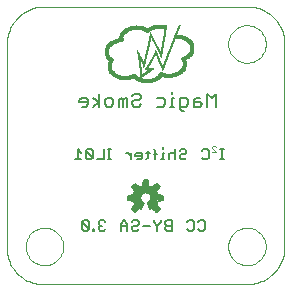
<source format=gbo>
G75*
G70*
%OFA0B0*%
%FSLAX24Y24*%
%IPPOS*%
%LPD*%
%AMOC8*
5,1,8,0,0,1.08239X$1,22.5*
%
%ADD10C,0.0000*%
%ADD11C,0.0080*%
%ADD12C,0.0060*%
%ADD13R,0.0110X0.0005*%
%ADD14R,0.0210X0.0005*%
%ADD15R,0.0280X0.0005*%
%ADD16R,0.0325X0.0005*%
%ADD17R,0.0365X0.0005*%
%ADD18R,0.0410X0.0005*%
%ADD19R,0.0440X0.0005*%
%ADD20R,0.0470X0.0005*%
%ADD21R,0.0505X0.0005*%
%ADD22R,0.0530X0.0005*%
%ADD23R,0.0555X0.0005*%
%ADD24R,0.0580X0.0005*%
%ADD25R,0.0600X0.0005*%
%ADD26R,0.0625X0.0005*%
%ADD27R,0.0645X0.0005*%
%ADD28R,0.0665X0.0005*%
%ADD29R,0.0685X0.0005*%
%ADD30R,0.0705X0.0005*%
%ADD31R,0.0715X0.0005*%
%ADD32R,0.0735X0.0005*%
%ADD33R,0.0755X0.0005*%
%ADD34R,0.0090X0.0005*%
%ADD35R,0.0770X0.0005*%
%ADD36R,0.0190X0.0005*%
%ADD37R,0.0355X0.0005*%
%ADD38R,0.0360X0.0005*%
%ADD39R,0.0260X0.0005*%
%ADD40R,0.0315X0.0005*%
%ADD41R,0.0320X0.0005*%
%ADD42R,0.0295X0.0005*%
%ADD43R,0.0275X0.0005*%
%ADD44R,0.0400X0.0005*%
%ADD45R,0.0265X0.0005*%
%ADD46R,0.0435X0.0005*%
%ADD47R,0.0255X0.0005*%
%ADD48R,0.0465X0.0005*%
%ADD49R,0.0245X0.0005*%
%ADD50R,0.0495X0.0005*%
%ADD51R,0.0235X0.0005*%
%ADD52R,0.0525X0.0005*%
%ADD53R,0.0230X0.0005*%
%ADD54R,0.0240X0.0005*%
%ADD55R,0.0545X0.0005*%
%ADD56R,0.0820X0.0005*%
%ADD57R,0.0220X0.0005*%
%ADD58R,0.0025X0.0005*%
%ADD59R,0.0795X0.0005*%
%ADD60R,0.0215X0.0005*%
%ADD61R,0.0035X0.0005*%
%ADD62R,0.0040X0.0005*%
%ADD63R,0.0800X0.0005*%
%ADD64R,0.0205X0.0005*%
%ADD65R,0.0050X0.0005*%
%ADD66R,0.0805X0.0005*%
%ADD67R,0.0165X0.0005*%
%ADD68R,0.0055X0.0005*%
%ADD69R,0.0200X0.0005*%
%ADD70R,0.0060X0.0005*%
%ADD71R,0.0300X0.0005*%
%ADD72R,0.0195X0.0005*%
%ADD73R,0.0065X0.0005*%
%ADD74R,0.0345X0.0005*%
%ADD75R,0.0070X0.0005*%
%ADD76R,0.0385X0.0005*%
%ADD77R,0.0080X0.0005*%
%ADD78R,0.0425X0.0005*%
%ADD79R,0.0185X0.0005*%
%ADD80R,0.0085X0.0005*%
%ADD81R,0.0635X0.0005*%
%ADD82R,0.0810X0.0005*%
%ADD83R,0.0095X0.0005*%
%ADD84R,0.0335X0.0005*%
%ADD85R,0.0655X0.0005*%
%ADD86R,0.0105X0.0005*%
%ADD87R,0.0290X0.0005*%
%ADD88R,0.0660X0.0005*%
%ADD89R,0.0115X0.0005*%
%ADD90R,0.0285X0.0005*%
%ADD91R,0.0120X0.0005*%
%ADD92R,0.0270X0.0005*%
%ADD93R,0.0675X0.0005*%
%ADD94R,0.0130X0.0005*%
%ADD95R,0.0680X0.0005*%
%ADD96R,0.0135X0.0005*%
%ADD97R,0.0250X0.0005*%
%ADD98R,0.0140X0.0005*%
%ADD99R,0.0180X0.0005*%
%ADD100R,0.0695X0.0005*%
%ADD101R,0.0150X0.0005*%
%ADD102R,0.0160X0.0005*%
%ADD103R,0.0155X0.0005*%
%ADD104R,0.0145X0.0005*%
%ADD105R,0.0700X0.0005*%
%ADD106R,0.0225X0.0005*%
%ADD107R,0.0170X0.0005*%
%ADD108R,0.0100X0.0005*%
%ADD109R,0.0075X0.0005*%
%ADD110R,0.0720X0.0005*%
%ADD111R,0.0725X0.0005*%
%ADD112R,0.0340X0.0005*%
%ADD113R,0.0305X0.0005*%
%ADD114R,0.0175X0.0005*%
%ADD115R,0.0005X0.0005*%
%ADD116R,0.0010X0.0005*%
%ADD117R,0.0015X0.0005*%
%ADD118R,0.0020X0.0005*%
%ADD119R,0.0030X0.0005*%
%ADD120R,0.0125X0.0005*%
%ADD121R,0.0045X0.0005*%
%ADD122R,0.0370X0.0005*%
%ADD123R,0.0375X0.0005*%
%ADD124R,0.0350X0.0005*%
%ADD125R,0.0330X0.0005*%
%ADD126R,0.0485X0.0005*%
%ADD127R,0.0480X0.0005*%
%ADD128R,0.0460X0.0005*%
%ADD129R,0.0445X0.0005*%
%ADD130R,0.0310X0.0005*%
%ADD131R,0.0380X0.0005*%
%ADD132R,0.0415X0.0005*%
%ADD133R,0.0450X0.0005*%
%ADD134R,0.0490X0.0005*%
%ADD135R,0.0965X0.0005*%
%ADD136R,0.0975X0.0005*%
%ADD137R,0.0980X0.0005*%
%ADD138R,0.0990X0.0005*%
%ADD139R,0.1005X0.0005*%
%ADD140R,0.0615X0.0005*%
%ADD141R,0.0640X0.0005*%
%ADD142R,0.0605X0.0005*%
%ADD143R,0.0620X0.0005*%
%ADD144R,0.0590X0.0005*%
%ADD145R,0.0570X0.0005*%
%ADD146R,0.0540X0.0005*%
%ADD147R,0.0515X0.0005*%
%ADD148R,0.0565X0.0005*%
%ADD149R,0.0535X0.0005*%
%ADD150R,0.0395X0.0005*%
%ADD151R,0.0520X0.0005*%
%ADD152R,0.0500X0.0005*%
%ADD153R,0.0430X0.0005*%
%ADD154C,0.0040*%
%ADD155C,0.0059*%
D10*
X000411Y001660D02*
X000409Y001594D01*
X000411Y001528D01*
X000417Y001462D01*
X000426Y001396D01*
X000439Y001331D01*
X000456Y001266D01*
X000476Y001203D01*
X000500Y001141D01*
X000527Y001081D01*
X000558Y001022D01*
X000592Y000964D01*
X000629Y000909D01*
X000669Y000856D01*
X000712Y000806D01*
X000757Y000757D01*
X000806Y000712D01*
X000856Y000669D01*
X000909Y000629D01*
X000964Y000592D01*
X001022Y000558D01*
X001081Y000527D01*
X001141Y000500D01*
X001203Y000476D01*
X001266Y000456D01*
X001331Y000439D01*
X001396Y000426D01*
X001462Y000417D01*
X001528Y000411D01*
X001594Y000409D01*
X001660Y000411D01*
X001660Y000410D02*
X008410Y000410D01*
X008478Y000412D01*
X008545Y000417D01*
X008612Y000426D01*
X008679Y000439D01*
X008744Y000456D01*
X008809Y000475D01*
X008873Y000499D01*
X008935Y000526D01*
X008996Y000556D01*
X009054Y000589D01*
X009111Y000625D01*
X009166Y000665D01*
X009219Y000707D01*
X009270Y000753D01*
X009317Y000800D01*
X009363Y000851D01*
X009405Y000904D01*
X009445Y000959D01*
X009481Y001016D01*
X009514Y001074D01*
X009544Y001135D01*
X009571Y001197D01*
X009595Y001261D01*
X009614Y001326D01*
X009631Y001391D01*
X009644Y001458D01*
X009653Y001525D01*
X009658Y001592D01*
X009660Y001660D01*
X009660Y008410D01*
X009658Y008478D01*
X009653Y008545D01*
X009644Y008612D01*
X009631Y008679D01*
X009614Y008744D01*
X009595Y008809D01*
X009571Y008873D01*
X009544Y008935D01*
X009514Y008996D01*
X009481Y009054D01*
X009445Y009111D01*
X009405Y009166D01*
X009363Y009219D01*
X009317Y009270D01*
X009270Y009317D01*
X009219Y009363D01*
X009166Y009405D01*
X009111Y009445D01*
X009054Y009481D01*
X008996Y009514D01*
X008935Y009544D01*
X008873Y009571D01*
X008809Y009595D01*
X008744Y009614D01*
X008679Y009631D01*
X008612Y009644D01*
X008545Y009653D01*
X008478Y009658D01*
X008410Y009660D01*
X001660Y009660D01*
X001592Y009658D01*
X001525Y009653D01*
X001458Y009644D01*
X001391Y009631D01*
X001326Y009614D01*
X001261Y009595D01*
X001197Y009571D01*
X001135Y009544D01*
X001074Y009514D01*
X001016Y009481D01*
X000959Y009445D01*
X000904Y009405D01*
X000851Y009363D01*
X000800Y009317D01*
X000753Y009270D01*
X000707Y009219D01*
X000665Y009166D01*
X000625Y009111D01*
X000589Y009054D01*
X000556Y008996D01*
X000526Y008935D01*
X000499Y008873D01*
X000475Y008809D01*
X000456Y008744D01*
X000439Y008679D01*
X000426Y008612D01*
X000417Y008545D01*
X000412Y008478D01*
X000410Y008410D01*
X000410Y001660D01*
X001035Y001660D02*
X001037Y001710D01*
X001043Y001759D01*
X001053Y001808D01*
X001066Y001855D01*
X001084Y001902D01*
X001105Y001947D01*
X001129Y001990D01*
X001157Y002031D01*
X001188Y002070D01*
X001222Y002106D01*
X001259Y002140D01*
X001299Y002170D01*
X001340Y002197D01*
X001384Y002221D01*
X001429Y002241D01*
X001476Y002257D01*
X001524Y002270D01*
X001573Y002279D01*
X001623Y002284D01*
X001672Y002285D01*
X001722Y002282D01*
X001771Y002275D01*
X001820Y002264D01*
X001867Y002250D01*
X001913Y002231D01*
X001958Y002209D01*
X002001Y002184D01*
X002041Y002155D01*
X002079Y002123D01*
X002115Y002089D01*
X002148Y002051D01*
X002177Y002011D01*
X002203Y001969D01*
X002226Y001925D01*
X002245Y001879D01*
X002261Y001832D01*
X002273Y001783D01*
X002281Y001734D01*
X002285Y001685D01*
X002285Y001635D01*
X002281Y001586D01*
X002273Y001537D01*
X002261Y001488D01*
X002245Y001441D01*
X002226Y001395D01*
X002203Y001351D01*
X002177Y001309D01*
X002148Y001269D01*
X002115Y001231D01*
X002079Y001197D01*
X002041Y001165D01*
X002001Y001136D01*
X001958Y001111D01*
X001913Y001089D01*
X001867Y001070D01*
X001820Y001056D01*
X001771Y001045D01*
X001722Y001038D01*
X001672Y001035D01*
X001623Y001036D01*
X001573Y001041D01*
X001524Y001050D01*
X001476Y001063D01*
X001429Y001079D01*
X001384Y001099D01*
X001340Y001123D01*
X001299Y001150D01*
X001259Y001180D01*
X001222Y001214D01*
X001188Y001250D01*
X001157Y001289D01*
X001129Y001330D01*
X001105Y001373D01*
X001084Y001418D01*
X001066Y001465D01*
X001053Y001512D01*
X001043Y001561D01*
X001037Y001610D01*
X001035Y001660D01*
X007785Y001660D02*
X007787Y001710D01*
X007793Y001759D01*
X007803Y001808D01*
X007816Y001855D01*
X007834Y001902D01*
X007855Y001947D01*
X007879Y001990D01*
X007907Y002031D01*
X007938Y002070D01*
X007972Y002106D01*
X008009Y002140D01*
X008049Y002170D01*
X008090Y002197D01*
X008134Y002221D01*
X008179Y002241D01*
X008226Y002257D01*
X008274Y002270D01*
X008323Y002279D01*
X008373Y002284D01*
X008422Y002285D01*
X008472Y002282D01*
X008521Y002275D01*
X008570Y002264D01*
X008617Y002250D01*
X008663Y002231D01*
X008708Y002209D01*
X008751Y002184D01*
X008791Y002155D01*
X008829Y002123D01*
X008865Y002089D01*
X008898Y002051D01*
X008927Y002011D01*
X008953Y001969D01*
X008976Y001925D01*
X008995Y001879D01*
X009011Y001832D01*
X009023Y001783D01*
X009031Y001734D01*
X009035Y001685D01*
X009035Y001635D01*
X009031Y001586D01*
X009023Y001537D01*
X009011Y001488D01*
X008995Y001441D01*
X008976Y001395D01*
X008953Y001351D01*
X008927Y001309D01*
X008898Y001269D01*
X008865Y001231D01*
X008829Y001197D01*
X008791Y001165D01*
X008751Y001136D01*
X008708Y001111D01*
X008663Y001089D01*
X008617Y001070D01*
X008570Y001056D01*
X008521Y001045D01*
X008472Y001038D01*
X008422Y001035D01*
X008373Y001036D01*
X008323Y001041D01*
X008274Y001050D01*
X008226Y001063D01*
X008179Y001079D01*
X008134Y001099D01*
X008090Y001123D01*
X008049Y001150D01*
X008009Y001180D01*
X007972Y001214D01*
X007938Y001250D01*
X007907Y001289D01*
X007879Y001330D01*
X007855Y001373D01*
X007834Y001418D01*
X007816Y001465D01*
X007803Y001512D01*
X007793Y001561D01*
X007787Y001610D01*
X007785Y001660D01*
X007785Y008410D02*
X007787Y008460D01*
X007793Y008509D01*
X007803Y008558D01*
X007816Y008605D01*
X007834Y008652D01*
X007855Y008697D01*
X007879Y008740D01*
X007907Y008781D01*
X007938Y008820D01*
X007972Y008856D01*
X008009Y008890D01*
X008049Y008920D01*
X008090Y008947D01*
X008134Y008971D01*
X008179Y008991D01*
X008226Y009007D01*
X008274Y009020D01*
X008323Y009029D01*
X008373Y009034D01*
X008422Y009035D01*
X008472Y009032D01*
X008521Y009025D01*
X008570Y009014D01*
X008617Y009000D01*
X008663Y008981D01*
X008708Y008959D01*
X008751Y008934D01*
X008791Y008905D01*
X008829Y008873D01*
X008865Y008839D01*
X008898Y008801D01*
X008927Y008761D01*
X008953Y008719D01*
X008976Y008675D01*
X008995Y008629D01*
X009011Y008582D01*
X009023Y008533D01*
X009031Y008484D01*
X009035Y008435D01*
X009035Y008385D01*
X009031Y008336D01*
X009023Y008287D01*
X009011Y008238D01*
X008995Y008191D01*
X008976Y008145D01*
X008953Y008101D01*
X008927Y008059D01*
X008898Y008019D01*
X008865Y007981D01*
X008829Y007947D01*
X008791Y007915D01*
X008751Y007886D01*
X008708Y007861D01*
X008663Y007839D01*
X008617Y007820D01*
X008570Y007806D01*
X008521Y007795D01*
X008472Y007788D01*
X008422Y007785D01*
X008373Y007786D01*
X008323Y007791D01*
X008274Y007800D01*
X008226Y007813D01*
X008179Y007829D01*
X008134Y007849D01*
X008090Y007873D01*
X008049Y007900D01*
X008009Y007930D01*
X007972Y007964D01*
X007938Y008000D01*
X007907Y008039D01*
X007879Y008080D01*
X007855Y008123D01*
X007834Y008168D01*
X007816Y008215D01*
X007803Y008262D01*
X007793Y008311D01*
X007787Y008360D01*
X007785Y008410D01*
D11*
X007370Y006745D02*
X007230Y006605D01*
X007090Y006745D01*
X007090Y006325D01*
X006910Y006395D02*
X006840Y006465D01*
X006629Y006465D01*
X006629Y006535D02*
X006629Y006325D01*
X006840Y006325D01*
X006910Y006395D01*
X006840Y006605D02*
X006699Y006605D01*
X006629Y006535D01*
X006449Y006535D02*
X006449Y006395D01*
X006379Y006325D01*
X006169Y006325D01*
X006169Y006255D02*
X006169Y006605D01*
X006379Y006605D01*
X006449Y006535D01*
X006309Y006185D02*
X006239Y006185D01*
X006169Y006255D01*
X005989Y006325D02*
X005849Y006325D01*
X005919Y006325D02*
X005919Y006605D01*
X005989Y006605D01*
X005919Y006745D02*
X005919Y006815D01*
X005682Y006535D02*
X005682Y006395D01*
X005612Y006325D01*
X005402Y006325D01*
X005402Y006605D02*
X005612Y006605D01*
X005682Y006535D01*
X004870Y006605D02*
X004800Y006535D01*
X004660Y006535D01*
X004590Y006465D01*
X004590Y006395D01*
X004660Y006325D01*
X004800Y006325D01*
X004870Y006395D01*
X004870Y006605D02*
X004870Y006675D01*
X004800Y006745D01*
X004660Y006745D01*
X004590Y006675D01*
X004410Y006605D02*
X004340Y006605D01*
X004269Y006535D01*
X004199Y006605D01*
X004129Y006535D01*
X004129Y006325D01*
X004269Y006325D02*
X004269Y006535D01*
X004410Y006605D02*
X004410Y006325D01*
X003949Y006395D02*
X003879Y006325D01*
X003739Y006325D01*
X003669Y006395D01*
X003669Y006535D01*
X003739Y006605D01*
X003879Y006605D01*
X003949Y006535D01*
X003949Y006395D01*
X003489Y006325D02*
X003489Y006745D01*
X003279Y006605D02*
X003489Y006465D01*
X003279Y006325D01*
X003105Y006395D02*
X003105Y006535D01*
X003035Y006605D01*
X002895Y006605D01*
X002825Y006535D01*
X002825Y006465D01*
X003105Y006465D01*
X003105Y006395D02*
X003035Y006325D01*
X002895Y006325D01*
X007370Y006325D02*
X007370Y006745D01*
D12*
X007517Y004905D02*
X007630Y004905D01*
X007573Y004905D02*
X007573Y004565D01*
X007517Y004565D02*
X007630Y004565D01*
X007130Y004622D02*
X007073Y004565D01*
X006960Y004565D01*
X006903Y004622D01*
X007130Y004622D02*
X007130Y004849D01*
X007073Y004905D01*
X006960Y004905D01*
X006903Y004849D01*
X006393Y004849D02*
X006393Y004792D01*
X006337Y004735D01*
X006223Y004735D01*
X006167Y004678D01*
X006167Y004622D01*
X006223Y004565D01*
X006337Y004565D01*
X006393Y004622D01*
X006393Y004849D02*
X006337Y004905D01*
X006223Y004905D01*
X006167Y004849D01*
X006025Y004905D02*
X006025Y004565D01*
X006025Y004735D02*
X005968Y004792D01*
X005855Y004792D01*
X005798Y004735D01*
X005798Y004565D01*
X005657Y004565D02*
X005543Y004565D01*
X005600Y004565D02*
X005600Y004792D01*
X005657Y004792D01*
X005600Y004905D02*
X005600Y004962D01*
X005354Y004849D02*
X005298Y004905D01*
X005354Y004849D02*
X005354Y004565D01*
X005298Y004735D02*
X005411Y004735D01*
X005166Y004792D02*
X005052Y004792D01*
X005109Y004849D02*
X005109Y004622D01*
X005052Y004565D01*
X004920Y004622D02*
X004920Y004735D01*
X004863Y004792D01*
X004750Y004792D01*
X004693Y004735D01*
X004693Y004678D01*
X004920Y004678D01*
X004920Y004622D02*
X004863Y004565D01*
X004750Y004565D01*
X004552Y004565D02*
X004552Y004792D01*
X004552Y004678D02*
X004438Y004792D01*
X004382Y004792D01*
X003877Y004905D02*
X003763Y004905D01*
X003820Y004905D02*
X003820Y004565D01*
X003877Y004565D02*
X003763Y004565D01*
X003631Y004565D02*
X003404Y004565D01*
X003263Y004622D02*
X003036Y004849D01*
X003036Y004622D01*
X003093Y004565D01*
X003206Y004565D01*
X003263Y004622D01*
X003263Y004849D01*
X003206Y004905D01*
X003093Y004905D01*
X003036Y004849D01*
X002894Y004792D02*
X002781Y004905D01*
X002781Y004565D01*
X002894Y004565D02*
X002668Y004565D01*
X003631Y004565D02*
X003631Y004905D01*
X003633Y002530D02*
X003520Y002530D01*
X003463Y002474D01*
X003463Y002417D01*
X003520Y002360D01*
X003463Y002303D01*
X003463Y002247D01*
X003520Y002190D01*
X003633Y002190D01*
X003690Y002247D01*
X003577Y002360D02*
X003520Y002360D01*
X003690Y002474D02*
X003633Y002530D01*
X003322Y002247D02*
X003322Y002190D01*
X003265Y002190D01*
X003265Y002247D01*
X003322Y002247D01*
X003138Y002247D02*
X002911Y002474D01*
X002911Y002247D01*
X002968Y002190D01*
X003081Y002190D01*
X003138Y002247D01*
X003138Y002474D01*
X003081Y002530D01*
X002968Y002530D01*
X002911Y002474D01*
X004200Y002417D02*
X004200Y002190D01*
X004200Y002360D02*
X004427Y002360D01*
X004427Y002417D02*
X004313Y002530D01*
X004200Y002417D01*
X004427Y002417D02*
X004427Y002190D01*
X004568Y002247D02*
X004625Y002190D01*
X004738Y002190D01*
X004795Y002247D01*
X004738Y002360D02*
X004625Y002360D01*
X004568Y002303D01*
X004568Y002247D01*
X004738Y002360D02*
X004795Y002417D01*
X004795Y002474D01*
X004738Y002530D01*
X004625Y002530D01*
X004568Y002474D01*
X004937Y002360D02*
X005163Y002360D01*
X005305Y002474D02*
X005305Y002530D01*
X005305Y002474D02*
X005418Y002360D01*
X005418Y002190D01*
X005418Y002360D02*
X005532Y002474D01*
X005532Y002530D01*
X005673Y002474D02*
X005673Y002417D01*
X005730Y002360D01*
X005900Y002360D01*
X005900Y002190D02*
X005730Y002190D01*
X005673Y002247D01*
X005673Y002303D01*
X005730Y002360D01*
X005673Y002474D02*
X005730Y002530D01*
X005900Y002530D01*
X005900Y002190D01*
X006410Y002247D02*
X006467Y002190D01*
X006580Y002190D01*
X006637Y002247D01*
X006637Y002474D01*
X006580Y002530D01*
X006467Y002530D01*
X006410Y002474D01*
X006778Y002474D02*
X006835Y002530D01*
X006948Y002530D01*
X007005Y002474D01*
X007005Y002247D01*
X006948Y002190D01*
X006835Y002190D01*
X006778Y002247D01*
D13*
X005091Y007101D03*
X004986Y007376D03*
X005001Y007386D03*
X005006Y007391D03*
X005011Y007396D03*
X005026Y007406D03*
X005071Y007436D03*
X005086Y007446D03*
X005091Y007451D03*
X005106Y007461D03*
X005121Y007471D03*
X005126Y007476D03*
X005136Y007481D03*
X005141Y007486D03*
X005146Y007491D03*
X005156Y007496D03*
X005161Y007501D03*
X005171Y007506D03*
X005176Y007511D03*
X005191Y007521D03*
X004971Y007751D03*
X004851Y007906D03*
X004851Y007911D03*
X004846Y007916D03*
X004846Y007921D03*
X005376Y008061D03*
X005376Y008066D03*
X005536Y008086D03*
X005536Y008091D03*
X005596Y007616D03*
X005566Y007421D03*
X005221Y008626D03*
X005221Y008631D03*
D14*
X005091Y008826D03*
X005501Y009021D03*
X006441Y008516D03*
X006441Y007976D03*
X006436Y007971D03*
X006181Y007451D03*
X005451Y007271D03*
X005091Y007106D03*
X003986Y007376D03*
X003901Y008406D03*
X004186Y008556D03*
D15*
X004151Y008536D03*
X005501Y009016D03*
X006346Y008566D03*
X005091Y007111D03*
X004816Y007226D03*
D16*
X005089Y007116D03*
X004119Y007316D03*
X005079Y008856D03*
X005499Y009011D03*
D17*
X004094Y008491D03*
X005089Y007121D03*
D18*
X005091Y007126D03*
X006186Y008621D03*
D19*
X006196Y008611D03*
X005091Y007131D03*
D20*
X005091Y007136D03*
X006206Y008596D03*
D21*
X005489Y008981D03*
X005089Y007141D03*
D22*
X005091Y007146D03*
D23*
X005089Y007151D03*
X005464Y008961D03*
D24*
X005446Y008946D03*
X005091Y007156D03*
D25*
X005091Y007161D03*
X005436Y008936D03*
D26*
X005089Y007166D03*
D27*
X005089Y007171D03*
X005734Y007316D03*
D28*
X005764Y007331D03*
X005089Y007176D03*
D29*
X005089Y007181D03*
X005789Y007346D03*
D30*
X005819Y007366D03*
X005089Y007186D03*
D31*
X005089Y007191D03*
X005824Y007371D03*
X005829Y007376D03*
D32*
X005089Y007196D03*
D33*
X005089Y007201D03*
D34*
X004906Y007311D03*
X004971Y007726D03*
X004836Y007956D03*
X004831Y007966D03*
X004831Y007971D03*
X005376Y008086D03*
X005541Y008061D03*
X005596Y007591D03*
X005561Y007426D03*
X004356Y007201D03*
X005216Y008656D03*
D35*
X005091Y007206D03*
D36*
X005171Y007536D03*
X004356Y007206D03*
X003881Y007861D03*
X003876Y007866D03*
X003871Y007876D03*
X003866Y007881D03*
X003861Y007886D03*
X003856Y007891D03*
X003851Y008366D03*
X003856Y008371D03*
X003861Y008376D03*
X004196Y008561D03*
X004321Y008781D03*
X004326Y008786D03*
X004331Y008791D03*
X006221Y007481D03*
X006226Y007486D03*
X006311Y007876D03*
X006471Y008001D03*
X006476Y008006D03*
X006476Y008486D03*
X006471Y008491D03*
D37*
X005304Y007211D03*
X004354Y007221D03*
X004109Y008501D03*
D38*
X004101Y008496D03*
X004051Y008466D03*
X005286Y008916D03*
X006166Y008641D03*
X006286Y008581D03*
X004876Y007211D03*
D39*
X004356Y007211D03*
X004056Y007336D03*
X004161Y008541D03*
X004441Y008861D03*
X005086Y008841D03*
X006111Y007411D03*
D40*
X005334Y007216D03*
X004844Y007216D03*
X005254Y008911D03*
D41*
X006311Y008576D03*
X004356Y007216D03*
X004021Y008461D03*
X004131Y008521D03*
D42*
X004144Y008531D03*
X004004Y008456D03*
X004829Y007221D03*
X005349Y007221D03*
X006329Y008571D03*
D43*
X006134Y008666D03*
X005164Y007561D03*
X005364Y007226D03*
X005619Y007391D03*
X006094Y007406D03*
D44*
X006181Y008626D03*
X004356Y007226D03*
D45*
X004619Y007326D03*
X004799Y007231D03*
X005154Y007551D03*
X005379Y007231D03*
X006359Y008561D03*
X003974Y008446D03*
D46*
X004354Y007231D03*
D47*
X004789Y007236D03*
X005154Y007546D03*
X005389Y007236D03*
X006119Y007416D03*
X006369Y008556D03*
X003964Y008441D03*
D48*
X004354Y007236D03*
X005514Y008996D03*
D49*
X004419Y008851D03*
X003954Y008436D03*
X004779Y007241D03*
X005399Y007241D03*
X006129Y007421D03*
X006344Y007911D03*
X006349Y007916D03*
X006384Y007941D03*
D50*
X004354Y007241D03*
D51*
X004769Y007246D03*
X005409Y007246D03*
X005814Y007286D03*
X006149Y007431D03*
X006334Y007901D03*
X006339Y007906D03*
X006399Y008541D03*
X004409Y008846D03*
X003934Y008426D03*
D52*
X004354Y007246D03*
D53*
X004026Y007351D03*
X004016Y007356D03*
X003926Y008421D03*
X004176Y008551D03*
X004401Y008841D03*
X005416Y007251D03*
X005426Y007256D03*
X006401Y007951D03*
X006411Y007956D03*
X006411Y008536D03*
D54*
X006391Y008546D03*
X006391Y007946D03*
X006141Y007426D03*
X005151Y007566D03*
X004761Y007251D03*
X004626Y007331D03*
X004036Y007346D03*
X003941Y008431D03*
X005086Y008836D03*
D55*
X005469Y008966D03*
X004354Y007251D03*
D56*
X004476Y007256D03*
D57*
X004001Y007366D03*
X003916Y008416D03*
X004386Y008831D03*
X004391Y008836D03*
X005436Y007261D03*
X006166Y007441D03*
X006426Y008526D03*
D58*
X005559Y007976D03*
X005559Y007971D03*
X005384Y008151D03*
X004984Y007626D03*
X004984Y007621D03*
X004879Y007261D03*
X005604Y007521D03*
X004784Y008121D03*
X004784Y008126D03*
X005204Y008741D03*
X005204Y008746D03*
D59*
X004454Y007261D03*
X004444Y007266D03*
D60*
X004634Y007336D03*
X005139Y007571D03*
X005444Y007266D03*
X006174Y007446D03*
X006324Y007891D03*
X006429Y007966D03*
X006434Y008521D03*
X004379Y008826D03*
X003909Y008411D03*
X003994Y007371D03*
D61*
X004794Y008091D03*
X004789Y008101D03*
X004789Y008106D03*
X005384Y008141D03*
X005384Y008146D03*
X005559Y007986D03*
X005559Y007436D03*
X004884Y007266D03*
X005209Y008726D03*
D62*
X005206Y008721D03*
X005381Y008136D03*
X005556Y007996D03*
X005556Y007991D03*
X005601Y007541D03*
X005601Y007536D03*
X004981Y007646D03*
X004981Y007651D03*
X004886Y007271D03*
X004656Y007381D03*
X004796Y008081D03*
X004796Y008086D03*
X004791Y008096D03*
D63*
X004406Y007286D03*
X004416Y007281D03*
X004436Y007271D03*
D64*
X003979Y007381D03*
X003974Y007386D03*
X003894Y008401D03*
X004364Y008816D03*
X004369Y008821D03*
X005464Y007281D03*
X005459Y007276D03*
X006189Y007456D03*
X006319Y007886D03*
X006449Y007981D03*
X006449Y008511D03*
D65*
X005551Y008011D03*
X005381Y008126D03*
X005601Y007556D03*
X005601Y007551D03*
X005601Y007546D03*
X004886Y007276D03*
X004801Y008061D03*
X004801Y008066D03*
X005211Y008706D03*
D66*
X004384Y007301D03*
X004389Y007296D03*
X004399Y007291D03*
X004424Y007276D03*
X004374Y007306D03*
D67*
X003894Y007466D03*
X003889Y007471D03*
X003889Y007476D03*
X003884Y007481D03*
X003879Y007806D03*
X003884Y007816D03*
X003889Y007821D03*
X003889Y007826D03*
X003894Y007836D03*
X003894Y007841D03*
X003794Y007961D03*
X003789Y007966D03*
X003784Y007976D03*
X003789Y008291D03*
X003794Y008301D03*
X003799Y008306D03*
X004209Y008566D03*
X004264Y008711D03*
X004269Y008716D03*
X004269Y008721D03*
X004274Y008726D03*
X004279Y008731D03*
X004939Y007361D03*
X005814Y007281D03*
X006279Y007546D03*
X006284Y007551D03*
X006284Y007556D03*
X006289Y007561D03*
X006294Y007571D03*
X006304Y007866D03*
X006529Y008061D03*
X006534Y008071D03*
X006539Y008076D03*
X006544Y008081D03*
X006549Y008091D03*
X006549Y008401D03*
X006544Y008411D03*
X006539Y008416D03*
X006534Y008421D03*
X006529Y008431D03*
D68*
X005669Y008711D03*
X005674Y008741D03*
X005679Y008771D03*
X005684Y008801D03*
X005689Y008826D03*
X005689Y008831D03*
X005694Y008856D03*
X005694Y008861D03*
X005699Y008886D03*
X005699Y008891D03*
X005719Y009011D03*
X005719Y009016D03*
X005209Y008701D03*
X005379Y008121D03*
X005554Y008016D03*
X004979Y007671D03*
X004979Y007666D03*
X004809Y008041D03*
X004809Y008046D03*
X004804Y008051D03*
X004804Y008056D03*
X004889Y007281D03*
D69*
X004636Y007341D03*
X003966Y007391D03*
X003881Y008391D03*
X003886Y008396D03*
X004356Y008811D03*
X005631Y008916D03*
X006101Y008681D03*
X006456Y008506D03*
X006461Y008501D03*
X006461Y007991D03*
X006456Y007986D03*
X006316Y007881D03*
X006201Y007466D03*
X006196Y007461D03*
X005591Y007401D03*
X005471Y007286D03*
D70*
X005601Y007561D03*
X005601Y007566D03*
X005641Y007671D03*
X005651Y007696D03*
X005661Y007721D03*
X005671Y007746D03*
X005696Y007811D03*
X005706Y007836D03*
X005716Y007861D03*
X005726Y007886D03*
X005751Y007951D03*
X005761Y007976D03*
X005771Y008001D03*
X005781Y008026D03*
X005806Y008091D03*
X005816Y008116D03*
X005826Y008141D03*
X005836Y008166D03*
X005871Y008256D03*
X005881Y008281D03*
X005891Y008306D03*
X005901Y008331D03*
X005926Y008396D03*
X005936Y008421D03*
X005946Y008446D03*
X005956Y008471D03*
X005966Y008496D03*
X005976Y008521D03*
X005981Y008536D03*
X005991Y008561D03*
X005656Y008626D03*
X005656Y008631D03*
X005656Y008636D03*
X005656Y008641D03*
X005656Y008646D03*
X005656Y008651D03*
X005661Y008656D03*
X005661Y008661D03*
X005661Y008666D03*
X005661Y008671D03*
X005661Y008676D03*
X005661Y008681D03*
X005666Y008686D03*
X005666Y008691D03*
X005666Y008696D03*
X005666Y008701D03*
X005666Y008706D03*
X005671Y008716D03*
X005671Y008721D03*
X005671Y008726D03*
X005671Y008731D03*
X005671Y008736D03*
X005676Y008746D03*
X005676Y008751D03*
X005676Y008756D03*
X005676Y008761D03*
X005676Y008766D03*
X005681Y008776D03*
X005681Y008781D03*
X005681Y008786D03*
X005681Y008791D03*
X005681Y008796D03*
X005686Y008806D03*
X005686Y008811D03*
X005686Y008816D03*
X005686Y008821D03*
X005691Y008836D03*
X005691Y008841D03*
X005691Y008846D03*
X005691Y008851D03*
X005696Y008866D03*
X005696Y008871D03*
X005696Y008876D03*
X005696Y008881D03*
X005721Y009021D03*
X005721Y009026D03*
X005651Y008621D03*
X005651Y008616D03*
X005651Y008611D03*
X005651Y008606D03*
X005651Y008601D03*
X005651Y008596D03*
X005646Y008586D03*
X005646Y008581D03*
X005646Y008576D03*
X005646Y008571D03*
X005646Y008566D03*
X005641Y008556D03*
X005641Y008551D03*
X005641Y008546D03*
X005641Y008541D03*
X005636Y008531D03*
X005636Y008526D03*
X005636Y008521D03*
X005636Y008516D03*
X005636Y008511D03*
X005631Y008501D03*
X005631Y008496D03*
X005631Y008491D03*
X005631Y008486D03*
X005631Y008481D03*
X005626Y008471D03*
X005626Y008466D03*
X005626Y008461D03*
X005626Y008456D03*
X005626Y008451D03*
X005621Y008441D03*
X005621Y008436D03*
X005621Y008431D03*
X005621Y008426D03*
X005616Y008416D03*
X005616Y008411D03*
X005616Y008406D03*
X005616Y008401D03*
X005616Y008396D03*
X005611Y008386D03*
X005611Y008381D03*
X005611Y008376D03*
X005611Y008371D03*
X005611Y008366D03*
X005606Y008356D03*
X005606Y008351D03*
X005606Y008346D03*
X005606Y008341D03*
X005606Y008336D03*
X005601Y008326D03*
X005601Y008321D03*
X005601Y008316D03*
X005601Y008311D03*
X005601Y008306D03*
X005596Y008296D03*
X005596Y008291D03*
X005596Y008286D03*
X005596Y008281D03*
X005591Y008271D03*
X005591Y008266D03*
X005591Y008261D03*
X005591Y008256D03*
X005591Y008251D03*
X005586Y008241D03*
X005586Y008236D03*
X005586Y008231D03*
X005586Y008226D03*
X005586Y008221D03*
X005581Y008211D03*
X005581Y008206D03*
X005581Y008201D03*
X005581Y008196D03*
X005581Y008191D03*
X005576Y008181D03*
X005576Y008176D03*
X005576Y008171D03*
X005576Y008166D03*
X005571Y008156D03*
X005571Y008151D03*
X005571Y008146D03*
X005571Y008141D03*
X005571Y008136D03*
X005551Y008021D03*
X005441Y007956D03*
X005451Y007931D03*
X005431Y007981D03*
X005421Y008006D03*
X005381Y008116D03*
X005096Y008191D03*
X005091Y008171D03*
X005086Y008151D03*
X005081Y008126D03*
X005076Y008106D03*
X005071Y008086D03*
X005066Y008061D03*
X005061Y008041D03*
X005056Y008021D03*
X005051Y007996D03*
X005046Y007976D03*
X005041Y007956D03*
X005036Y007931D03*
X005031Y007911D03*
X005026Y007891D03*
X005021Y007866D03*
X005016Y007851D03*
X005016Y007846D03*
X005011Y007836D03*
X005011Y007831D03*
X005011Y007826D03*
X005006Y007811D03*
X005006Y007806D03*
X005006Y007801D03*
X005001Y007791D03*
X005001Y007786D03*
X004976Y007681D03*
X004976Y007676D03*
X004856Y007641D03*
X004856Y007636D03*
X004856Y007631D03*
X004856Y007626D03*
X004861Y007616D03*
X004861Y007611D03*
X004861Y007606D03*
X004861Y007601D03*
X004861Y007596D03*
X004861Y007591D03*
X004861Y007586D03*
X004861Y007581D03*
X004861Y007576D03*
X004866Y007571D03*
X004866Y007566D03*
X004866Y007561D03*
X004866Y007556D03*
X004866Y007551D03*
X004866Y007546D03*
X004866Y007541D03*
X004866Y007536D03*
X004866Y007531D03*
X004866Y007526D03*
X004871Y007521D03*
X004871Y007516D03*
X004871Y007511D03*
X004871Y007506D03*
X004871Y007501D03*
X004871Y007496D03*
X004871Y007491D03*
X004871Y007486D03*
X004871Y007481D03*
X004871Y007476D03*
X004876Y007471D03*
X004876Y007466D03*
X004876Y007461D03*
X004876Y007456D03*
X004876Y007451D03*
X004876Y007446D03*
X004876Y007441D03*
X004876Y007436D03*
X004876Y007431D03*
X004876Y007426D03*
X004881Y007421D03*
X004881Y007416D03*
X004881Y007411D03*
X004881Y007406D03*
X004881Y007401D03*
X004881Y007396D03*
X004881Y007391D03*
X004881Y007386D03*
X004881Y007381D03*
X004881Y007376D03*
X004886Y007371D03*
X004891Y007286D03*
X004851Y007676D03*
X004851Y007681D03*
X004851Y007686D03*
X004846Y007726D03*
X004846Y007731D03*
X004841Y007756D03*
X004841Y007761D03*
X004841Y007766D03*
X004841Y007771D03*
X004841Y007776D03*
X004836Y007786D03*
X004836Y007791D03*
X004836Y007796D03*
X004836Y007801D03*
X004836Y007806D03*
X004836Y007811D03*
X004836Y007816D03*
X004836Y007821D03*
X004831Y007831D03*
X004831Y007836D03*
X004831Y007841D03*
X004831Y007846D03*
X004831Y007851D03*
X004831Y007856D03*
X004811Y008031D03*
X004811Y008036D03*
X005101Y008216D03*
X005106Y008236D03*
X005111Y008256D03*
X005116Y008281D03*
X005121Y008301D03*
X005126Y008321D03*
X005131Y008346D03*
X005136Y008366D03*
X005141Y008386D03*
X005146Y008411D03*
X005151Y008431D03*
X005156Y008451D03*
X005161Y008476D03*
X005166Y008496D03*
X005171Y008516D03*
X005176Y008536D03*
X005176Y008541D03*
X005181Y008561D03*
X005186Y008581D03*
X005211Y008691D03*
X005211Y008696D03*
D71*
X005081Y008851D03*
X004736Y008981D03*
X004096Y007321D03*
X005816Y007291D03*
D72*
X005489Y007301D03*
X005484Y007296D03*
X005479Y007291D03*
X006209Y007471D03*
X006214Y007476D03*
X006469Y007996D03*
X006464Y008496D03*
X004349Y008806D03*
X004344Y008801D03*
X004339Y008796D03*
X003874Y008386D03*
X003869Y008381D03*
X003949Y007406D03*
X003954Y007401D03*
X003959Y007396D03*
D73*
X004814Y008021D03*
X004814Y008026D03*
X004899Y007856D03*
X004904Y007846D03*
X004909Y007836D03*
X004914Y007826D03*
X004919Y007816D03*
X004924Y007806D03*
X004929Y007796D03*
X004934Y007786D03*
X005004Y007796D03*
X005009Y007816D03*
X005009Y007821D03*
X005014Y007841D03*
X005019Y007856D03*
X005019Y007861D03*
X005024Y007871D03*
X005024Y007876D03*
X005024Y007881D03*
X005024Y007886D03*
X005029Y007896D03*
X005029Y007901D03*
X005029Y007906D03*
X005034Y007916D03*
X005034Y007921D03*
X005034Y007926D03*
X005039Y007936D03*
X005039Y007941D03*
X005039Y007946D03*
X005039Y007951D03*
X005044Y007961D03*
X005044Y007966D03*
X005044Y007971D03*
X005049Y007981D03*
X005049Y007986D03*
X005049Y007991D03*
X005054Y008001D03*
X005054Y008006D03*
X005054Y008011D03*
X005054Y008016D03*
X005059Y008026D03*
X005059Y008031D03*
X005059Y008036D03*
X005064Y008046D03*
X005064Y008051D03*
X005064Y008056D03*
X005069Y008066D03*
X005069Y008071D03*
X005069Y008076D03*
X005069Y008081D03*
X005074Y008091D03*
X005074Y008096D03*
X005074Y008101D03*
X005079Y008111D03*
X005079Y008116D03*
X005079Y008121D03*
X005084Y008131D03*
X005084Y008136D03*
X005084Y008141D03*
X005084Y008146D03*
X005089Y008156D03*
X005089Y008161D03*
X005089Y008166D03*
X005094Y008176D03*
X005094Y008181D03*
X005094Y008186D03*
X005099Y008196D03*
X005099Y008201D03*
X005099Y008206D03*
X005099Y008211D03*
X005104Y008221D03*
X005104Y008226D03*
X005104Y008231D03*
X005109Y008241D03*
X005109Y008246D03*
X005109Y008251D03*
X005114Y008261D03*
X005114Y008266D03*
X005114Y008271D03*
X005114Y008276D03*
X005119Y008286D03*
X005119Y008291D03*
X005119Y008296D03*
X005124Y008306D03*
X005124Y008311D03*
X005124Y008316D03*
X005129Y008326D03*
X005129Y008331D03*
X005129Y008336D03*
X005129Y008341D03*
X005134Y008351D03*
X005134Y008356D03*
X005134Y008361D03*
X005139Y008371D03*
X005139Y008376D03*
X005139Y008381D03*
X005144Y008391D03*
X005144Y008396D03*
X005144Y008401D03*
X005144Y008406D03*
X005149Y008416D03*
X005149Y008421D03*
X005149Y008426D03*
X005154Y008436D03*
X005154Y008441D03*
X005154Y008446D03*
X005159Y008456D03*
X005159Y008461D03*
X005159Y008466D03*
X005159Y008471D03*
X005164Y008481D03*
X005164Y008486D03*
X005164Y008491D03*
X005169Y008501D03*
X005169Y008506D03*
X005169Y008511D03*
X005174Y008521D03*
X005174Y008526D03*
X005174Y008531D03*
X005179Y008546D03*
X005179Y008551D03*
X005179Y008556D03*
X005184Y008566D03*
X005184Y008571D03*
X005184Y008576D03*
X005189Y008586D03*
X005189Y008591D03*
X005189Y008596D03*
X005259Y008596D03*
X005264Y008586D03*
X005269Y008576D03*
X005274Y008566D03*
X005279Y008556D03*
X005284Y008546D03*
X005289Y008536D03*
X005294Y008526D03*
X005299Y008516D03*
X005304Y008506D03*
X005309Y008496D03*
X005314Y008486D03*
X005319Y008476D03*
X005324Y008466D03*
X005329Y008456D03*
X005334Y008446D03*
X005339Y008436D03*
X005344Y008426D03*
X005349Y008416D03*
X005354Y008406D03*
X005359Y008396D03*
X005364Y008391D03*
X005364Y008386D03*
X005369Y008381D03*
X005369Y008376D03*
X005374Y008371D03*
X005374Y008366D03*
X005379Y008361D03*
X005379Y008356D03*
X005384Y008351D03*
X005389Y008341D03*
X005394Y008331D03*
X005399Y008321D03*
X005404Y008311D03*
X005409Y008301D03*
X005414Y008291D03*
X005419Y008281D03*
X005424Y008271D03*
X005429Y008261D03*
X005379Y008111D03*
X005414Y008031D03*
X005414Y008026D03*
X005414Y008021D03*
X005419Y008016D03*
X005419Y008011D03*
X005424Y008001D03*
X005424Y007996D03*
X005429Y007991D03*
X005429Y007986D03*
X005434Y007976D03*
X005434Y007971D03*
X005439Y007966D03*
X005439Y007961D03*
X005444Y007951D03*
X005444Y007946D03*
X005449Y007941D03*
X005449Y007936D03*
X005454Y007926D03*
X005454Y007921D03*
X005459Y007916D03*
X005459Y007911D03*
X005459Y007906D03*
X005464Y007901D03*
X005464Y007896D03*
X005469Y007891D03*
X005469Y007886D03*
X005469Y007881D03*
X005474Y007871D03*
X005479Y007861D03*
X005479Y007856D03*
X005484Y007846D03*
X005489Y007836D03*
X005489Y007831D03*
X005494Y007821D03*
X005499Y007811D03*
X005504Y007801D03*
X005504Y007796D03*
X005509Y007786D03*
X005514Y007776D03*
X005514Y007771D03*
X005519Y007761D03*
X005524Y007751D03*
X005524Y007746D03*
X005529Y007736D03*
X005534Y007726D03*
X005539Y007711D03*
X005544Y007701D03*
X005554Y007676D03*
X005634Y007656D03*
X005639Y007661D03*
X005639Y007666D03*
X005644Y007676D03*
X005644Y007681D03*
X005649Y007686D03*
X005649Y007691D03*
X005654Y007701D03*
X005654Y007706D03*
X005659Y007711D03*
X005659Y007716D03*
X005664Y007726D03*
X005664Y007731D03*
X005669Y007736D03*
X005669Y007741D03*
X005674Y007751D03*
X005674Y007756D03*
X005679Y007761D03*
X005679Y007766D03*
X005679Y007771D03*
X005684Y007776D03*
X005684Y007781D03*
X005689Y007786D03*
X005689Y007791D03*
X005689Y007796D03*
X005694Y007801D03*
X005694Y007806D03*
X005699Y007816D03*
X005699Y007821D03*
X005704Y007826D03*
X005704Y007831D03*
X005709Y007841D03*
X005709Y007846D03*
X005714Y007851D03*
X005714Y007856D03*
X005719Y007866D03*
X005719Y007871D03*
X005724Y007876D03*
X005724Y007881D03*
X005729Y007891D03*
X005729Y007896D03*
X005734Y007901D03*
X005734Y007906D03*
X005734Y007911D03*
X005739Y007916D03*
X005739Y007921D03*
X005744Y007926D03*
X005744Y007931D03*
X005744Y007936D03*
X005749Y007941D03*
X005749Y007946D03*
X005754Y007956D03*
X005754Y007961D03*
X005759Y007966D03*
X005759Y007971D03*
X005764Y007981D03*
X005764Y007986D03*
X005769Y007991D03*
X005769Y007996D03*
X005774Y008006D03*
X005774Y008011D03*
X005779Y008016D03*
X005779Y008021D03*
X005784Y008031D03*
X005784Y008036D03*
X005789Y008041D03*
X005789Y008046D03*
X005789Y008051D03*
X005794Y008056D03*
X005794Y008061D03*
X005799Y008066D03*
X005799Y008071D03*
X005799Y008076D03*
X005804Y008081D03*
X005804Y008086D03*
X005809Y008096D03*
X005809Y008101D03*
X005814Y008106D03*
X005814Y008111D03*
X005819Y008121D03*
X005819Y008126D03*
X005824Y008131D03*
X005824Y008136D03*
X005829Y008146D03*
X005829Y008151D03*
X005834Y008156D03*
X005834Y008161D03*
X005839Y008171D03*
X005839Y008176D03*
X005844Y008181D03*
X005844Y008186D03*
X005844Y008191D03*
X005849Y008196D03*
X005849Y008201D03*
X005854Y008206D03*
X005854Y008211D03*
X005854Y008216D03*
X005859Y008221D03*
X005859Y008226D03*
X005864Y008231D03*
X005864Y008236D03*
X005864Y008241D03*
X005869Y008246D03*
X005869Y008251D03*
X005874Y008261D03*
X005874Y008266D03*
X005879Y008271D03*
X005879Y008276D03*
X005884Y008286D03*
X005884Y008291D03*
X005889Y008296D03*
X005889Y008301D03*
X005894Y008311D03*
X005894Y008316D03*
X005899Y008321D03*
X005899Y008326D03*
X005904Y008336D03*
X005904Y008341D03*
X005909Y008346D03*
X005909Y008351D03*
X005909Y008356D03*
X005914Y008361D03*
X005914Y008366D03*
X005919Y008371D03*
X005919Y008376D03*
X005919Y008381D03*
X005924Y008386D03*
X005924Y008391D03*
X005929Y008401D03*
X005929Y008406D03*
X005934Y008411D03*
X005934Y008416D03*
X005939Y008426D03*
X005939Y008431D03*
X005944Y008436D03*
X005944Y008441D03*
X005949Y008451D03*
X005949Y008456D03*
X005954Y008461D03*
X005954Y008466D03*
X005959Y008476D03*
X005959Y008481D03*
X005964Y008486D03*
X005964Y008491D03*
X005969Y008501D03*
X005969Y008506D03*
X005974Y008511D03*
X005974Y008516D03*
X005979Y008526D03*
X005979Y008531D03*
X005984Y008541D03*
X005984Y008546D03*
X005989Y008551D03*
X005989Y008556D03*
X005994Y008566D03*
X005994Y008571D03*
X005999Y008576D03*
X006044Y008696D03*
X006044Y008701D03*
X006049Y008711D03*
X006054Y008726D03*
X006059Y008736D03*
X006064Y008751D03*
X006069Y008761D03*
X006074Y008776D03*
X006084Y008801D03*
X006094Y008826D03*
X006099Y008841D03*
X006104Y008851D03*
X006109Y008866D03*
X006114Y008876D03*
X006119Y008891D03*
X006124Y008901D03*
X006129Y008916D03*
X006134Y008926D03*
X006139Y008941D03*
X006144Y008951D03*
X006149Y008966D03*
X006154Y008976D03*
X006154Y008981D03*
X006159Y008991D03*
X006164Y009001D03*
X006164Y009006D03*
X006164Y009011D03*
X006169Y009016D03*
X006169Y009021D03*
X006174Y009026D03*
X005649Y008591D03*
X005644Y008561D03*
X005639Y008536D03*
X005634Y008506D03*
X005629Y008476D03*
X005624Y008446D03*
X005619Y008421D03*
X005614Y008391D03*
X005609Y008361D03*
X005604Y008331D03*
X005599Y008301D03*
X005594Y008276D03*
X005589Y008246D03*
X005584Y008216D03*
X005579Y008186D03*
X005574Y008161D03*
X005569Y008131D03*
X005549Y008026D03*
X005564Y007431D03*
X004979Y007686D03*
X004854Y007671D03*
X004854Y007666D03*
X004854Y007661D03*
X004854Y007656D03*
X004854Y007651D03*
X004854Y007646D03*
X004859Y007621D03*
X004849Y007691D03*
X004849Y007696D03*
X004849Y007701D03*
X004849Y007706D03*
X004849Y007711D03*
X004849Y007716D03*
X004849Y007721D03*
X004844Y007736D03*
X004844Y007741D03*
X004844Y007746D03*
X004844Y007751D03*
X004839Y007781D03*
X004834Y007826D03*
X004894Y007291D03*
X005214Y008681D03*
X005214Y008686D03*
X005099Y008781D03*
D74*
X005814Y007296D03*
D75*
X005601Y007571D03*
X005601Y007576D03*
X005561Y007656D03*
X005561Y007661D03*
X005556Y007666D03*
X005556Y007671D03*
X005551Y007681D03*
X005551Y007686D03*
X005546Y007691D03*
X005546Y007696D03*
X005541Y007706D03*
X005536Y007716D03*
X005536Y007721D03*
X005531Y007731D03*
X005526Y007741D03*
X005521Y007756D03*
X005516Y007766D03*
X005511Y007781D03*
X005506Y007791D03*
X005501Y007806D03*
X005496Y007816D03*
X005491Y007826D03*
X005486Y007841D03*
X005481Y007851D03*
X005476Y007866D03*
X005471Y007876D03*
X005546Y008031D03*
X005546Y008036D03*
X005496Y008131D03*
X005491Y008141D03*
X005486Y008151D03*
X005481Y008156D03*
X005481Y008161D03*
X005476Y008166D03*
X005476Y008171D03*
X005471Y008176D03*
X005471Y008181D03*
X005466Y008186D03*
X005466Y008191D03*
X005461Y008196D03*
X005461Y008201D03*
X005456Y008206D03*
X005456Y008211D03*
X005451Y008216D03*
X005451Y008221D03*
X005446Y008226D03*
X005446Y008231D03*
X005441Y008236D03*
X005441Y008241D03*
X005436Y008246D03*
X005436Y008251D03*
X005431Y008256D03*
X005426Y008266D03*
X005421Y008276D03*
X005416Y008286D03*
X005411Y008296D03*
X005406Y008306D03*
X005401Y008316D03*
X005396Y008326D03*
X005391Y008336D03*
X005386Y008346D03*
X005356Y008401D03*
X005351Y008411D03*
X005346Y008421D03*
X005341Y008431D03*
X005336Y008441D03*
X005331Y008451D03*
X005326Y008461D03*
X005321Y008471D03*
X005316Y008481D03*
X005311Y008491D03*
X005306Y008501D03*
X005301Y008511D03*
X005296Y008521D03*
X005291Y008531D03*
X005286Y008541D03*
X005281Y008551D03*
X005276Y008561D03*
X005271Y008571D03*
X005266Y008581D03*
X005261Y008591D03*
X005381Y008106D03*
X005316Y007991D03*
X005301Y007966D03*
X005286Y007941D03*
X005281Y007931D03*
X005271Y007916D03*
X005266Y007906D03*
X005261Y007896D03*
X005256Y007891D03*
X005251Y007881D03*
X005246Y007871D03*
X005241Y007866D03*
X005236Y007856D03*
X005231Y007846D03*
X005226Y007836D03*
X005221Y007831D03*
X005221Y007826D03*
X005216Y007821D03*
X005216Y007816D03*
X005211Y007811D03*
X005206Y007806D03*
X005206Y007801D03*
X005201Y007796D03*
X005201Y007791D03*
X005196Y007786D03*
X005191Y007781D03*
X005191Y007776D03*
X005186Y007771D03*
X005186Y007766D03*
X005181Y007761D03*
X005176Y007756D03*
X005176Y007751D03*
X005171Y007746D03*
X005171Y007741D03*
X005166Y007736D03*
X005161Y007731D03*
X005161Y007726D03*
X005156Y007721D03*
X005156Y007716D03*
X005151Y007711D03*
X005146Y007706D03*
X005146Y007701D03*
X005141Y007696D03*
X005141Y007691D03*
X005136Y007686D03*
X005131Y007681D03*
X005131Y007676D03*
X005126Y007671D03*
X005126Y007666D03*
X005121Y007661D03*
X005116Y007656D03*
X005116Y007651D03*
X005111Y007646D03*
X005111Y007641D03*
X005106Y007636D03*
X005101Y007631D03*
X005101Y007626D03*
X005096Y007621D03*
X005096Y007616D03*
X005091Y007611D03*
X005086Y007606D03*
X005086Y007601D03*
X005081Y007596D03*
X004976Y007691D03*
X004976Y007696D03*
X004931Y007791D03*
X004926Y007801D03*
X004921Y007811D03*
X004916Y007821D03*
X004911Y007831D03*
X004906Y007841D03*
X004901Y007851D03*
X004816Y008016D03*
X004896Y007296D03*
X006046Y008706D03*
X006051Y008716D03*
X006051Y008721D03*
X006056Y008731D03*
X006061Y008741D03*
X006061Y008746D03*
X006066Y008756D03*
X006071Y008766D03*
X006071Y008771D03*
X006076Y008781D03*
X006076Y008786D03*
X006081Y008791D03*
X006081Y008796D03*
X006086Y008806D03*
X006086Y008811D03*
X006091Y008816D03*
X006091Y008821D03*
X006096Y008831D03*
X006096Y008836D03*
X006101Y008846D03*
X006106Y008856D03*
X006106Y008861D03*
X006111Y008871D03*
X006116Y008881D03*
X006116Y008886D03*
X006121Y008896D03*
X006126Y008906D03*
X006126Y008911D03*
X006131Y008921D03*
X006136Y008931D03*
X006136Y008936D03*
X006141Y008946D03*
X006146Y008956D03*
X006146Y008961D03*
X006151Y008971D03*
X006156Y008986D03*
X006161Y008996D03*
D76*
X006179Y008631D03*
X005814Y007301D03*
D77*
X005601Y007586D03*
X005546Y008041D03*
X005546Y008046D03*
X005086Y007591D03*
X004901Y007301D03*
X004826Y007986D03*
X004826Y007991D03*
X005216Y008666D03*
X005216Y008671D03*
D78*
X004734Y008966D03*
X006189Y008616D03*
X005814Y007306D03*
D79*
X005494Y007306D03*
X006229Y007491D03*
X006234Y007496D03*
X006484Y008011D03*
X006489Y008016D03*
X006494Y008021D03*
X006494Y008471D03*
X006489Y008476D03*
X006484Y008481D03*
X005094Y008821D03*
X003844Y008361D03*
X003839Y008356D03*
X003834Y007911D03*
X003839Y007906D03*
X003844Y007901D03*
X003849Y007896D03*
X003874Y007871D03*
X003884Y007856D03*
X003934Y007421D03*
X003939Y007416D03*
X003944Y007411D03*
D80*
X004829Y007976D03*
X004829Y007981D03*
X004974Y007721D03*
X004974Y007716D03*
X004974Y007711D03*
X004904Y007306D03*
X005544Y008051D03*
X005544Y008056D03*
X005379Y008091D03*
X005219Y008661D03*
X005099Y008786D03*
D81*
X005724Y007311D03*
D82*
X004366Y007311D03*
D83*
X004909Y007316D03*
X004974Y007731D03*
X004839Y007946D03*
X004839Y007951D03*
X004834Y007961D03*
X005379Y008081D03*
X005539Y008066D03*
X005599Y007596D03*
X005219Y008646D03*
X005219Y008651D03*
X005684Y008901D03*
D84*
X004119Y008511D03*
X004599Y007316D03*
D85*
X005749Y007321D03*
D86*
X005599Y007611D03*
X005539Y008076D03*
X005539Y008081D03*
X005219Y008636D03*
X005219Y008641D03*
X005499Y009026D03*
X006059Y008691D03*
X004969Y007746D03*
X004844Y007926D03*
X004844Y007931D03*
X005114Y007466D03*
X005099Y007456D03*
X005079Y007441D03*
X005064Y007431D03*
X005059Y007426D03*
X005049Y007421D03*
X004994Y007381D03*
X004979Y007371D03*
X004914Y007321D03*
D87*
X004611Y007321D03*
X006081Y007401D03*
X006141Y008661D03*
D88*
X004736Y008921D03*
X005756Y007326D03*
D89*
X005599Y007621D03*
X005184Y007516D03*
X005099Y007586D03*
X005039Y007416D03*
X005034Y007411D03*
X005019Y007401D03*
X004914Y007326D03*
X004654Y007366D03*
X004969Y007756D03*
X004969Y007761D03*
X004969Y007766D03*
X004854Y007896D03*
X004854Y007901D03*
X005534Y008096D03*
D90*
X005084Y008846D03*
X004469Y008871D03*
X003989Y008451D03*
X004084Y007326D03*
D91*
X004916Y007331D03*
X005191Y007526D03*
X004966Y007771D03*
X004856Y007886D03*
X004856Y007891D03*
X005376Y008056D03*
X005536Y008101D03*
X005596Y007631D03*
X005596Y007626D03*
X005221Y008616D03*
X005221Y008621D03*
X005096Y008796D03*
X005671Y008906D03*
D92*
X004451Y008866D03*
X005161Y007556D03*
X004071Y007331D03*
D93*
X005774Y007336D03*
D94*
X005571Y007416D03*
X005596Y007641D03*
X005531Y008116D03*
X005531Y008121D03*
X005226Y008601D03*
X005096Y008801D03*
X004861Y007871D03*
X004866Y007861D03*
X004966Y007781D03*
X004651Y007361D03*
X004921Y007336D03*
D95*
X005781Y007341D03*
X004736Y008916D03*
D96*
X005529Y008126D03*
X005374Y008041D03*
X005374Y008036D03*
X005599Y007646D03*
X004924Y007341D03*
D97*
X004046Y007341D03*
X004166Y008546D03*
X004431Y008856D03*
X004736Y008986D03*
X006126Y008671D03*
X006381Y008551D03*
X006376Y007936D03*
X006366Y007931D03*
X006361Y007926D03*
X006356Y007921D03*
D98*
X005596Y007651D03*
X004926Y007346D03*
D99*
X004641Y007346D03*
X005126Y007576D03*
X005581Y007406D03*
X006241Y007501D03*
X006246Y007506D03*
X006251Y007511D03*
X006496Y008466D03*
X004736Y008991D03*
X004316Y008776D03*
X004311Y008771D03*
X004306Y008766D03*
X004301Y008761D03*
X003836Y008351D03*
X003831Y008346D03*
X003826Y008341D03*
X003831Y007916D03*
X003886Y007851D03*
X003926Y007426D03*
D100*
X005799Y007351D03*
X005804Y007356D03*
D101*
X005576Y007411D03*
X004931Y007351D03*
X003851Y007546D03*
X003846Y007556D03*
X003846Y007561D03*
X003846Y007566D03*
X003841Y007576D03*
X003841Y007581D03*
X003841Y007586D03*
X003836Y007596D03*
X003836Y007601D03*
X003836Y007606D03*
X003836Y007611D03*
X003836Y007616D03*
X003831Y007656D03*
X003831Y007661D03*
X003831Y007666D03*
X003836Y007686D03*
X003836Y007691D03*
X003836Y007696D03*
X003836Y007701D03*
X003836Y007706D03*
X003841Y007711D03*
X003841Y007716D03*
X003841Y007721D03*
X003841Y007726D03*
X003846Y007731D03*
X003846Y007736D03*
X003851Y007751D03*
X003761Y008021D03*
X003756Y008036D03*
X003751Y008046D03*
X003751Y008051D03*
X003751Y008056D03*
X003746Y008066D03*
X003746Y008071D03*
X003746Y008076D03*
X003746Y008081D03*
X003741Y008096D03*
X003741Y008101D03*
X003741Y008106D03*
X003741Y008111D03*
X003741Y008116D03*
X003741Y008121D03*
X003741Y008126D03*
X003741Y008131D03*
X003741Y008136D03*
X003741Y008141D03*
X003741Y008146D03*
X003741Y008151D03*
X003741Y008156D03*
X003741Y008161D03*
X003746Y008181D03*
X003746Y008186D03*
X003746Y008191D03*
X003746Y008196D03*
X003751Y008201D03*
X003751Y008206D03*
X003751Y008211D03*
X003756Y008221D03*
X003756Y008226D03*
X004216Y008571D03*
X004216Y008576D03*
X004216Y008581D03*
X004221Y008596D03*
X004221Y008601D03*
X004221Y008606D03*
X004221Y008611D03*
X004226Y008621D03*
X004226Y008626D03*
X004226Y008631D03*
X004231Y008641D03*
X004236Y008656D03*
X006321Y007821D03*
X006326Y007811D03*
X006326Y007806D03*
X006326Y007801D03*
X006331Y007791D03*
X006331Y007786D03*
X006331Y007781D03*
X006331Y007776D03*
X006336Y007766D03*
X006336Y007761D03*
X006336Y007756D03*
X006336Y007751D03*
X006336Y007746D03*
X006336Y007741D03*
X006336Y007736D03*
X006336Y007731D03*
X006336Y007726D03*
X006336Y007721D03*
X006336Y007716D03*
X006336Y007711D03*
X006336Y007706D03*
X006336Y007701D03*
X006336Y007696D03*
X006336Y007691D03*
X006336Y007686D03*
X006331Y007671D03*
X006331Y007666D03*
X006331Y007661D03*
X006331Y007656D03*
X006326Y007651D03*
X006326Y007646D03*
X006326Y007641D03*
X006321Y007631D03*
X006576Y008151D03*
X006581Y008166D03*
X006581Y008171D03*
X006581Y008176D03*
X006586Y008181D03*
X006586Y008186D03*
X006586Y008191D03*
X006586Y008196D03*
X006591Y008206D03*
X006591Y008211D03*
X006591Y008216D03*
X006591Y008221D03*
X006591Y008226D03*
X006591Y008231D03*
X006591Y008236D03*
X006591Y008241D03*
X006591Y008246D03*
X006591Y008251D03*
X006591Y008256D03*
X006591Y008261D03*
X006591Y008266D03*
X006591Y008271D03*
X006591Y008276D03*
X006591Y008281D03*
X006586Y008296D03*
X006586Y008301D03*
X006586Y008306D03*
X006586Y008311D03*
X006581Y008316D03*
X006581Y008321D03*
X006581Y008326D03*
X006576Y008336D03*
X006576Y008341D03*
D102*
X006566Y008366D03*
X006561Y008376D03*
X006556Y008386D03*
X006551Y008396D03*
X006546Y008406D03*
X006566Y008126D03*
X006561Y008116D03*
X006556Y008106D03*
X006551Y008096D03*
X006546Y008086D03*
X006306Y007856D03*
X006311Y007846D03*
X006306Y007591D03*
X006301Y007581D03*
X006296Y007576D03*
X006291Y007566D03*
X005096Y008811D03*
X004261Y008706D03*
X004256Y008701D03*
X004256Y008696D03*
X004251Y008691D03*
X004251Y008686D03*
X003791Y008296D03*
X003786Y008286D03*
X003781Y008281D03*
X003781Y008276D03*
X003776Y008271D03*
X003771Y008261D03*
X003776Y007991D03*
X003776Y007986D03*
X003781Y007981D03*
X003786Y007971D03*
X003891Y007831D03*
X003881Y007811D03*
X003876Y007801D03*
X003871Y007796D03*
X003866Y007786D03*
X003861Y007776D03*
X003861Y007521D03*
X003866Y007511D03*
X003871Y007501D03*
X003876Y007496D03*
X003876Y007491D03*
X003881Y007486D03*
X004646Y007351D03*
D103*
X004934Y007356D03*
X005184Y007531D03*
X006304Y007586D03*
X006309Y007596D03*
X006309Y007601D03*
X006314Y007606D03*
X006314Y007611D03*
X006319Y007616D03*
X006319Y007621D03*
X006319Y007626D03*
X006324Y007636D03*
X006329Y007796D03*
X006324Y007816D03*
X006319Y007826D03*
X006319Y007831D03*
X006314Y007836D03*
X006314Y007841D03*
X006309Y007851D03*
X006304Y007861D03*
X006554Y008101D03*
X006559Y008111D03*
X006564Y008121D03*
X006569Y008131D03*
X006569Y008136D03*
X006574Y008141D03*
X006574Y008146D03*
X006579Y008156D03*
X006579Y008161D03*
X006579Y008331D03*
X006574Y008346D03*
X006574Y008351D03*
X006569Y008356D03*
X006569Y008361D03*
X006564Y008371D03*
X006559Y008381D03*
X006554Y008391D03*
X004249Y008681D03*
X004244Y008676D03*
X004244Y008671D03*
X004239Y008666D03*
X004239Y008661D03*
X004234Y008651D03*
X004234Y008646D03*
X004229Y008636D03*
X003774Y008266D03*
X003769Y008256D03*
X003769Y008251D03*
X003764Y008246D03*
X003764Y008241D03*
X003759Y008236D03*
X003759Y008231D03*
X003754Y008216D03*
X003749Y008061D03*
X003754Y008041D03*
X003759Y008031D03*
X003759Y008026D03*
X003764Y008016D03*
X003764Y008011D03*
X003769Y008006D03*
X003769Y008001D03*
X003774Y007996D03*
X003869Y007791D03*
X003864Y007781D03*
X003859Y007771D03*
X003859Y007766D03*
X003854Y007761D03*
X003854Y007756D03*
X003849Y007746D03*
X003849Y007741D03*
X003844Y007571D03*
X003849Y007551D03*
X003854Y007541D03*
X003854Y007536D03*
X003859Y007531D03*
X003859Y007526D03*
X003864Y007516D03*
X003869Y007506D03*
D104*
X003839Y007591D03*
X003834Y007621D03*
X003834Y007626D03*
X003834Y007631D03*
X003834Y007636D03*
X003834Y007641D03*
X003834Y007646D03*
X003834Y007651D03*
X003834Y007671D03*
X003834Y007676D03*
X003834Y007681D03*
X003744Y008086D03*
X003744Y008091D03*
X003744Y008166D03*
X003744Y008171D03*
X003744Y008176D03*
X004219Y008586D03*
X004219Y008591D03*
X004224Y008616D03*
X005094Y008806D03*
X005659Y008911D03*
X006589Y008291D03*
X006589Y008286D03*
X006589Y008201D03*
X006334Y007771D03*
X006334Y007681D03*
X006334Y007676D03*
X005114Y007581D03*
X004649Y007356D03*
D105*
X005811Y007361D03*
X004736Y008911D03*
D106*
X005089Y008831D03*
X006114Y008676D03*
X006419Y008531D03*
X006419Y007961D03*
X006329Y007896D03*
X006159Y007436D03*
X005599Y007396D03*
X005164Y007541D03*
X004009Y007361D03*
D107*
X003906Y007451D03*
X003901Y007456D03*
X003896Y007461D03*
X003816Y007931D03*
X003811Y007936D03*
X003806Y007941D03*
X003806Y007946D03*
X003801Y007951D03*
X003796Y007956D03*
X003801Y008311D03*
X003806Y008316D03*
X003811Y008321D03*
X003811Y008326D03*
X004281Y008736D03*
X004286Y008741D03*
X004941Y007366D03*
X006266Y007531D03*
X006271Y007536D03*
X006276Y007541D03*
X006516Y008046D03*
X006521Y008051D03*
X006526Y008056D03*
X006531Y008066D03*
X006531Y008426D03*
X006526Y008436D03*
X006521Y008441D03*
X006516Y008446D03*
X006091Y008686D03*
D108*
X005541Y008071D03*
X005376Y008071D03*
X005376Y008076D03*
X004971Y007741D03*
X004971Y007736D03*
X004841Y007936D03*
X004841Y007941D03*
X004656Y007371D03*
X005596Y007601D03*
X005596Y007606D03*
X005096Y008791D03*
D109*
X005214Y008676D03*
X005694Y008896D03*
X006004Y008581D03*
X005489Y008146D03*
X005494Y008136D03*
X005379Y008101D03*
X005379Y008096D03*
X005339Y008031D03*
X005339Y008026D03*
X005334Y008021D03*
X005329Y008016D03*
X005329Y008011D03*
X005324Y008006D03*
X005324Y008001D03*
X005319Y007996D03*
X005314Y007986D03*
X005309Y007981D03*
X005309Y007976D03*
X005304Y007971D03*
X005299Y007961D03*
X005294Y007956D03*
X005294Y007951D03*
X005289Y007946D03*
X005284Y007936D03*
X005279Y007926D03*
X005274Y007921D03*
X005269Y007911D03*
X005264Y007901D03*
X005254Y007886D03*
X005249Y007876D03*
X005239Y007861D03*
X005234Y007851D03*
X005229Y007841D03*
X004974Y007706D03*
X004974Y007701D03*
X004824Y007996D03*
X004824Y008001D03*
X004819Y008006D03*
X004819Y008011D03*
X004654Y007376D03*
X005599Y007581D03*
D110*
X005836Y007381D03*
D111*
X005844Y007386D03*
D112*
X006041Y007391D03*
X006161Y008646D03*
D113*
X006069Y007396D03*
X004484Y008876D03*
X004139Y008526D03*
D114*
X004289Y008746D03*
X004294Y008751D03*
X004299Y008756D03*
X003824Y008336D03*
X003819Y008331D03*
X003819Y007926D03*
X003824Y007921D03*
X003889Y007846D03*
X003909Y007446D03*
X003914Y007441D03*
X003919Y007436D03*
X003924Y007431D03*
X005094Y008816D03*
X006309Y007871D03*
X006499Y008026D03*
X006504Y008031D03*
X006509Y008036D03*
X006514Y008041D03*
X006514Y008451D03*
X006509Y008456D03*
X006504Y008461D03*
X006264Y007526D03*
X006259Y007521D03*
X006254Y007516D03*
D115*
X005604Y007496D03*
X005564Y007941D03*
X005564Y007946D03*
X004984Y007596D03*
X004769Y008171D03*
X004769Y008176D03*
X005099Y008776D03*
D116*
X005201Y008766D03*
X005201Y008761D03*
X005386Y008171D03*
X005386Y008166D03*
X005561Y007951D03*
X005601Y007501D03*
X004986Y007601D03*
X004986Y007606D03*
X004771Y008161D03*
X004771Y008166D03*
D117*
X004774Y008156D03*
X004774Y008151D03*
X004984Y007616D03*
X004984Y007611D03*
X005604Y007506D03*
X005564Y007956D03*
X005384Y008161D03*
X005204Y008751D03*
X005204Y008756D03*
X004739Y008996D03*
D118*
X004776Y008146D03*
X004776Y008141D03*
X004781Y008136D03*
X004781Y008131D03*
X005386Y008156D03*
X005561Y007966D03*
X005561Y007961D03*
X005601Y007516D03*
X005601Y007511D03*
D119*
X005601Y007526D03*
X005601Y007531D03*
X005556Y007981D03*
X004981Y007641D03*
X004981Y007636D03*
X004981Y007631D03*
X004786Y008111D03*
X004786Y008116D03*
X005206Y008731D03*
X005206Y008736D03*
D120*
X005224Y008611D03*
X005224Y008606D03*
X005534Y008111D03*
X005534Y008106D03*
X005374Y008051D03*
X005374Y008046D03*
X005599Y007636D03*
X004969Y007776D03*
X004864Y007866D03*
X004859Y007876D03*
X004859Y007881D03*
D121*
X004799Y008071D03*
X004799Y008076D03*
X004979Y007661D03*
X004979Y007656D03*
X005384Y008131D03*
X005554Y008006D03*
X005554Y008001D03*
X005209Y008711D03*
X005209Y008716D03*
D122*
X004086Y008486D03*
X004071Y008476D03*
X004061Y008471D03*
D123*
X004079Y008481D03*
X006174Y008636D03*
D124*
X005076Y008861D03*
X004736Y008976D03*
X004111Y008506D03*
D125*
X004126Y008516D03*
X004501Y008881D03*
X006156Y008651D03*
D126*
X006214Y008586D03*
X005504Y008991D03*
D127*
X006211Y008591D03*
D128*
X006201Y008601D03*
X004736Y008961D03*
D129*
X006199Y008606D03*
D130*
X006151Y008656D03*
D131*
X005071Y008866D03*
D132*
X005069Y008871D03*
D133*
X005061Y008876D03*
X005521Y009001D03*
D134*
X005051Y008881D03*
X004736Y008956D03*
D135*
X004829Y008886D03*
D136*
X004839Y008891D03*
D137*
X004851Y008896D03*
D138*
X004866Y008901D03*
D139*
X004884Y008906D03*
D140*
X005424Y008921D03*
X005429Y008926D03*
D141*
X004736Y008926D03*
D142*
X005434Y008931D03*
D143*
X004736Y008931D03*
D144*
X004736Y008936D03*
X005441Y008941D03*
D145*
X005451Y008951D03*
X004736Y008941D03*
D146*
X004736Y008946D03*
D147*
X004734Y008951D03*
D148*
X005459Y008956D03*
D149*
X005474Y008971D03*
D150*
X004734Y008971D03*
D151*
X005481Y008976D03*
D152*
X005496Y008986D03*
D153*
X005531Y009006D03*
D154*
X007290Y005005D02*
X007357Y005005D01*
X007390Y004972D01*
X007290Y005005D02*
X007257Y004972D01*
X007257Y004938D01*
X007390Y004805D01*
X007257Y004805D01*
D155*
X005621Y003357D02*
X005621Y003213D01*
X005431Y003194D01*
X005410Y003130D01*
X005379Y003070D01*
X005500Y002921D01*
X005399Y002820D01*
X005250Y002941D01*
X005190Y002910D01*
X005106Y003114D01*
X005143Y003136D01*
X005175Y003165D01*
X005199Y003201D01*
X005214Y003242D01*
X005220Y003285D01*
X005214Y003329D01*
X005199Y003370D01*
X005174Y003407D01*
X005141Y003436D01*
X005102Y003457D01*
X005059Y003468D01*
X005015Y003468D01*
X004972Y003458D01*
X004933Y003438D01*
X004899Y003410D01*
X004873Y003374D01*
X004857Y003333D01*
X004851Y003289D01*
X004855Y003245D01*
X004870Y003203D01*
X004894Y003166D01*
X004926Y003136D01*
X004964Y003114D01*
X004880Y002910D01*
X004820Y002941D01*
X004671Y002820D01*
X004570Y002921D01*
X004691Y003070D01*
X004660Y003130D01*
X004639Y003194D01*
X004449Y003213D01*
X004449Y003357D01*
X004639Y003376D01*
X004660Y003440D01*
X004691Y003500D01*
X004570Y003649D01*
X004671Y003750D01*
X004820Y003629D01*
X004880Y003660D01*
X004944Y003681D01*
X004963Y003871D01*
X005107Y003871D01*
X005126Y003681D01*
X005190Y003660D01*
X005250Y003629D01*
X005399Y003750D01*
X005500Y003649D01*
X005379Y003500D01*
X005410Y003440D01*
X005431Y003376D01*
X005621Y003357D01*
X005621Y003345D02*
X005208Y003345D01*
X005219Y003288D02*
X005621Y003288D01*
X005621Y003230D02*
X005210Y003230D01*
X005180Y003173D02*
X005424Y003173D01*
X005403Y003115D02*
X005107Y003115D01*
X005129Y003058D02*
X005389Y003058D01*
X005436Y003000D02*
X005153Y003000D01*
X005177Y002942D02*
X005483Y002942D01*
X005464Y002885D02*
X005319Y002885D01*
X005389Y002827D02*
X005406Y002827D01*
X004941Y003058D02*
X004681Y003058D01*
X004667Y003115D02*
X004963Y003115D01*
X004890Y003173D02*
X004646Y003173D01*
X004634Y003000D02*
X004917Y003000D01*
X004893Y002942D02*
X004587Y002942D01*
X004606Y002885D02*
X004751Y002885D01*
X004681Y002827D02*
X004664Y002827D01*
X004860Y003230D02*
X004449Y003230D01*
X004449Y003288D02*
X004851Y003288D01*
X004862Y003345D02*
X004449Y003345D01*
X004648Y003403D02*
X004894Y003403D01*
X004981Y003460D02*
X004670Y003460D01*
X004676Y003518D02*
X005394Y003518D01*
X005400Y003460D02*
X005088Y003460D01*
X005176Y003403D02*
X005422Y003403D01*
X005441Y003576D02*
X004629Y003576D01*
X004582Y003633D02*
X004815Y003633D01*
X004827Y003633D02*
X005243Y003633D01*
X005255Y003633D02*
X005488Y003633D01*
X005458Y003691D02*
X005325Y003691D01*
X005396Y003748D02*
X005401Y003748D01*
X005119Y003748D02*
X004951Y003748D01*
X004945Y003691D02*
X005125Y003691D01*
X005114Y003806D02*
X004956Y003806D01*
X004962Y003863D02*
X005108Y003863D01*
X004745Y003691D02*
X004612Y003691D01*
X004669Y003748D02*
X004674Y003748D01*
M02*

</source>
